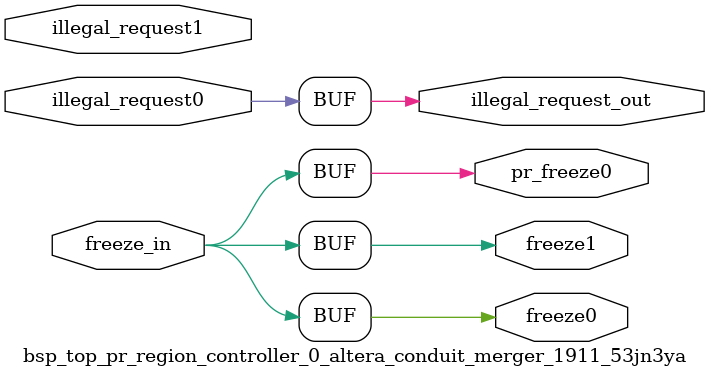
<source format=sv>



`timescale 1 ps / 1 ps

module bsp_top_pr_region_controller_0_altera_conduit_merger_1911_53jn3ya #(
    parameter NUM_INTF_BRIDGE   = 1
) (
    input  illegal_request0,
	output freeze0,
    input  illegal_request1,
	output freeze1,
	output pr_freeze0,
    input                        freeze_in,
    output [NUM_INTF_BRIDGE-1:0] illegal_request_out
);
	
	assign illegal_request_out = {
        illegal_request1,
        illegal_request0 
    };
	
    assign freeze1 = freeze_in;
    assign freeze0 = freeze_in;

    assign pr_freeze0 = freeze_in;

endmodule


</source>
